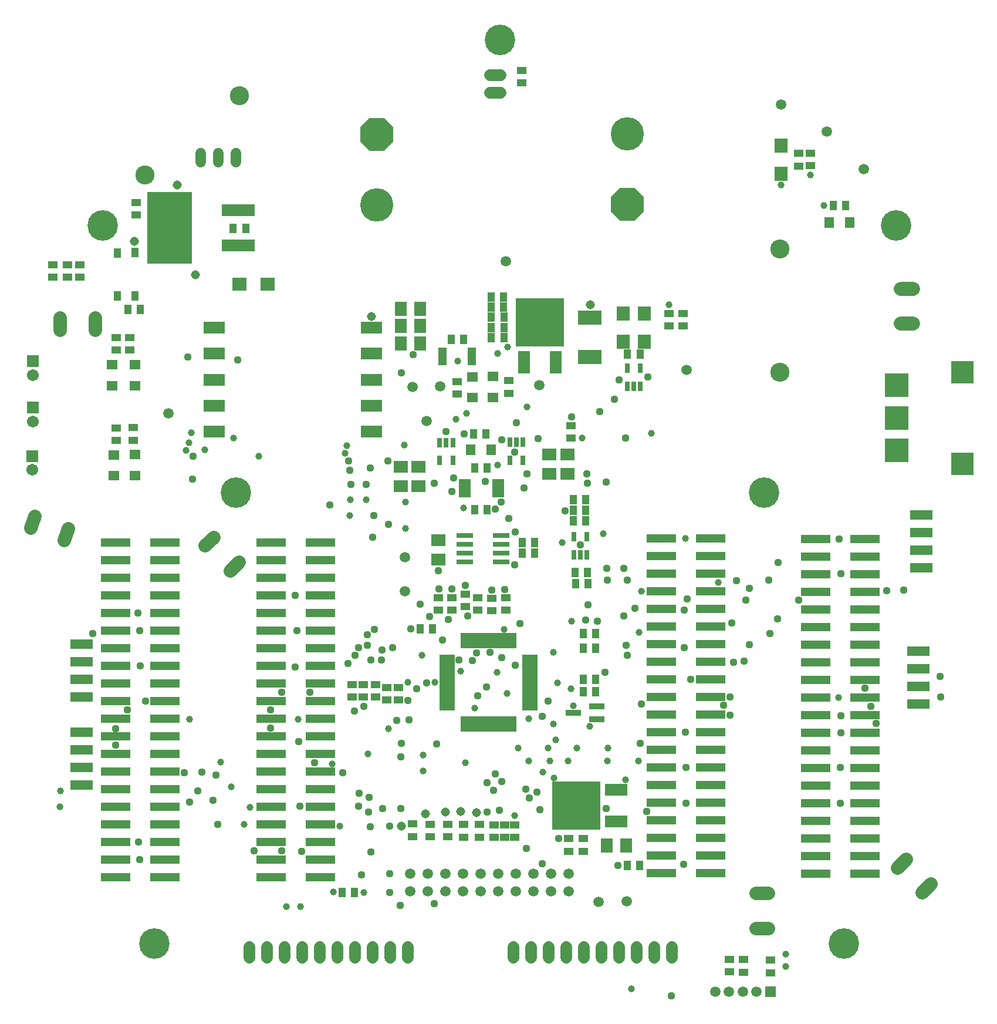
<source format=gts>
G75*
%MOIN*%
%OFA0B0*%
%FSLAX25Y25*%
%IPPOS*%
%LPD*%
%AMOC8*
5,1,8,0,0,1.08239X$1,22.5*
%
%ADD10C,0.05950*%
%ADD11R,0.27178X0.27178*%
%ADD12R,0.12611X0.07099*%
%ADD13R,0.06706X0.02572*%
%ADD14R,0.07493X0.07887*%
%ADD15C,0.07850*%
%ADD16R,0.05950X0.05950*%
%ADD17R,0.05524X0.03950*%
%ADD18R,0.07099X0.07887*%
%ADD19C,0.18900*%
%ADD20OC8,0.18900*%
%ADD21R,0.03950X0.05524*%
%ADD22R,0.07887X0.07099*%
%ADD23R,0.02965X0.05524*%
%ADD24R,0.06312X0.05524*%
%ADD25R,0.07887X0.07493*%
%ADD26R,0.04619X0.02020*%
%ADD27C,0.06737*%
%ADD28R,0.06737X0.06737*%
%ADD29R,0.05524X0.06312*%
%ADD30C,0.07800*%
%ADD31R,0.12611X0.05721*%
%ADD32R,0.17100X0.04700*%
%ADD33C,0.06800*%
%ADD34R,0.13800X0.13800*%
%ADD35R,0.12611X0.12611*%
%ADD36R,0.13398X0.07887*%
%ADD37R,0.07099X0.12611*%
%ADD38C,0.10800*%
%ADD39R,0.08674X0.03556*%
%ADD40R,0.25800X0.40800*%
%ADD41R,0.18800X0.06800*%
%ADD42R,0.12296X0.06784*%
%ADD43R,0.04300X0.05300*%
%ADD44C,0.05950*%
%ADD45R,0.01981X0.08674*%
%ADD46R,0.08674X0.01981*%
%ADD47R,0.09461X0.03162*%
%ADD48C,0.04369*%
%ADD49C,0.03900*%
%ADD50C,0.05156*%
%ADD51C,0.17300*%
D10*
X0570022Y0361760D03*
X0708830Y0376978D03*
X0724426Y0377156D03*
X0716811Y0357474D03*
X0780691Y0377953D03*
X0864276Y0386356D03*
X0761755Y0448085D03*
X0917910Y0537149D03*
X0944149Y0521674D03*
X0965047Y0500438D03*
X0704320Y0280028D03*
X0704320Y0260815D03*
X0707407Y0100544D03*
X0717407Y0100544D03*
X0727407Y0100544D03*
X0737407Y0100544D03*
X0747407Y0100544D03*
X0757407Y0100544D03*
X0767407Y0100544D03*
X0777407Y0100544D03*
X0787407Y0100544D03*
X0797407Y0100544D03*
X0797407Y0090544D03*
X0787407Y0090544D03*
X0777407Y0090544D03*
X0767407Y0090544D03*
X0757407Y0090544D03*
X0747407Y0090544D03*
X0737407Y0090544D03*
X0727407Y0090544D03*
X0717407Y0090544D03*
X0707407Y0090544D03*
X0814355Y0084587D03*
X0830407Y0084685D03*
X0880557Y0033665D03*
X0888431Y0033665D03*
X0896305Y0033665D03*
X0904179Y0033665D03*
D11*
X0801694Y0139064D03*
X0780993Y0413397D03*
D12*
X0824332Y0148119D03*
X0824332Y0130009D03*
D13*
X0757267Y0315479D03*
X0757267Y0318038D03*
X0757267Y0320597D03*
X0757267Y0323156D03*
X0738369Y0323156D03*
X0738369Y0320597D03*
X0738369Y0318038D03*
X0738369Y0315479D03*
D14*
X0828214Y0402379D03*
X0840428Y0402399D03*
X0840428Y0418541D03*
X0828214Y0418521D03*
X0918000Y0497690D03*
X0918000Y0513832D03*
D15*
X0985877Y0432554D02*
X0992927Y0432554D01*
X0992927Y0412869D02*
X0985877Y0412869D01*
D16*
X0912053Y0033665D03*
D17*
X0911982Y0044260D03*
X0911982Y0051347D03*
X0896533Y0051743D03*
X0896533Y0044657D03*
X0888594Y0044888D03*
X0888594Y0051974D03*
X0805673Y0113316D03*
X0797362Y0113269D03*
X0797362Y0120356D03*
X0805673Y0120403D03*
X0766764Y0121163D03*
X0761043Y0121106D03*
X0754941Y0121034D03*
X0754941Y0128121D03*
X0761043Y0128192D03*
X0766764Y0128250D03*
X0746705Y0128342D03*
X0746705Y0121255D03*
X0737798Y0121310D03*
X0737798Y0128396D03*
X0728791Y0128549D03*
X0728791Y0121463D03*
X0718838Y0121502D03*
X0718838Y0128589D03*
X0708690Y0128745D03*
X0708690Y0121658D03*
X0700560Y0199211D03*
X0694149Y0199153D03*
X0687529Y0200897D03*
X0680833Y0200897D03*
X0674361Y0200897D03*
X0674361Y0207984D03*
X0680833Y0207984D03*
X0687529Y0207984D03*
X0694149Y0206240D03*
X0700560Y0206298D03*
X0723309Y0250131D03*
X0723309Y0257217D03*
X0731177Y0257114D03*
X0731177Y0250027D03*
X0738595Y0252041D03*
X0738595Y0259128D03*
X0745539Y0257138D03*
X0745539Y0250051D03*
X0753730Y0249912D03*
X0753730Y0256999D03*
X0761723Y0257164D03*
X0761723Y0250078D03*
X0798647Y0347789D03*
X0798647Y0354876D03*
X0763184Y0373313D03*
X0763184Y0380400D03*
X0733852Y0379761D03*
X0733852Y0372674D03*
X0854281Y0411430D03*
X0854281Y0418516D03*
X0862440Y0418645D03*
X0862440Y0411558D03*
X0928116Y0502287D03*
X0934540Y0502361D03*
X0934540Y0509447D03*
X0928116Y0509373D03*
X0770757Y0549461D03*
X0770757Y0556548D03*
X0551693Y0481541D03*
X0551693Y0474455D03*
X0519765Y0446312D03*
X0519765Y0439226D03*
X0512565Y0439226D03*
X0512565Y0446312D03*
X0504309Y0446312D03*
X0504309Y0439226D03*
X0540246Y0404837D03*
X0540246Y0397750D03*
X0547901Y0397868D03*
X0547901Y0404955D03*
X0550179Y0353676D03*
X0540425Y0353563D03*
X0540425Y0346476D03*
X0550179Y0346589D03*
D18*
X0701962Y0401634D03*
X0701925Y0411509D03*
X0712949Y0411509D03*
X0712986Y0401634D03*
X0712911Y0421181D03*
X0701887Y0421181D03*
X0819048Y0116509D03*
X0830072Y0116509D03*
D19*
X0688382Y0480278D03*
X0830717Y0520441D03*
D20*
X0830717Y0480441D03*
X0688382Y0520278D03*
D21*
X0613903Y0466837D03*
X0606816Y0466837D03*
X0554161Y0420818D03*
X0547075Y0420818D03*
X0730606Y0403736D03*
X0737693Y0403736D03*
X0753477Y0404945D03*
X0753477Y0410614D03*
X0753440Y0416473D03*
X0753388Y0422232D03*
X0753372Y0427965D03*
X0760458Y0427965D03*
X0760475Y0422232D03*
X0760527Y0416473D03*
X0760563Y0410614D03*
X0760563Y0404945D03*
X0830816Y0395405D03*
X0837903Y0395405D03*
X0750315Y0350152D03*
X0743228Y0350152D03*
X0743913Y0330774D03*
X0751000Y0330774D03*
X0751026Y0307337D03*
X0743939Y0307337D03*
X0770907Y0288507D03*
X0770907Y0282484D03*
X0777994Y0282484D03*
X0777994Y0288507D03*
X0799966Y0300864D03*
X0799931Y0306743D03*
X0799919Y0312881D03*
X0807006Y0312881D03*
X0807018Y0306743D03*
X0807052Y0300864D03*
X0808012Y0271568D03*
X0808442Y0265104D03*
X0801355Y0265104D03*
X0800926Y0271568D03*
X0805549Y0236679D03*
X0812636Y0236679D03*
X0812780Y0228669D03*
X0805694Y0228669D03*
X0805593Y0210704D03*
X0805634Y0203784D03*
X0812721Y0203784D03*
X0812680Y0210704D03*
X0719991Y0239557D03*
X0712905Y0239557D03*
X0830590Y0105200D03*
X0837677Y0105200D03*
X0675677Y0090000D03*
X0668590Y0090000D03*
X0947531Y0479789D03*
X0954618Y0479789D03*
D22*
X0796644Y0338481D03*
X0786437Y0338645D03*
X0786437Y0327622D03*
X0796644Y0327457D03*
X0723410Y0289775D03*
X0723410Y0278752D03*
X0711961Y0320350D03*
X0701951Y0320455D03*
X0701951Y0331478D03*
X0711961Y0331374D03*
D23*
X0724056Y0335072D03*
X0731537Y0335072D03*
X0731537Y0345309D03*
X0727796Y0345309D03*
X0724056Y0345309D03*
X0764032Y0345463D03*
X0767773Y0345463D03*
X0771513Y0345463D03*
X0771513Y0335226D03*
X0764032Y0335226D03*
X0830630Y0377124D03*
X0834370Y0377124D03*
X0838110Y0377124D03*
X0838110Y0387361D03*
X0830630Y0387361D03*
X0807829Y0291855D03*
X0800349Y0291855D03*
X0800349Y0281618D03*
X0804089Y0281618D03*
X0807829Y0281618D03*
D24*
X0754388Y0370904D03*
X0742800Y0370708D03*
X0742800Y0382519D03*
X0754388Y0382715D03*
X0550924Y0377602D03*
X0538108Y0377545D03*
X0538108Y0389356D03*
X0550924Y0389413D03*
X0551139Y0338472D03*
X0539070Y0338305D03*
X0539070Y0326494D03*
X0551139Y0326661D03*
D25*
X0610288Y0435038D03*
X0626430Y0435038D03*
D26*
X0725642Y0398022D03*
X0725642Y0396053D03*
X0725642Y0394085D03*
X0725642Y0392116D03*
X0725642Y0390148D03*
X0742453Y0390148D03*
X0742453Y0392116D03*
X0742453Y0394085D03*
X0742453Y0396053D03*
X0742453Y0398022D03*
D27*
X0492918Y0383566D03*
X0492897Y0357190D03*
X0492842Y0329718D03*
D28*
X0492842Y0337592D03*
X0492897Y0365064D03*
X0492918Y0391440D03*
D29*
X0741628Y0341160D03*
X0753440Y0341160D03*
X0945298Y0470129D03*
X0957109Y0470129D03*
D30*
X0494135Y0303395D02*
X0491741Y0296817D01*
X0510535Y0289977D02*
X0512929Y0296555D01*
X0590797Y0286708D02*
X0595747Y0291658D01*
X0609889Y0277516D02*
X0604939Y0272566D01*
X0528340Y0409270D02*
X0528340Y0416270D01*
X0508340Y0416270D02*
X0508340Y0409270D01*
X0983954Y0103959D02*
X0988904Y0108909D01*
X1003046Y0094767D02*
X0998096Y0089817D01*
X0910714Y0089519D02*
X0903714Y0089519D01*
X0903714Y0069519D02*
X0910714Y0069519D01*
D31*
X0996142Y0196858D03*
X0996142Y0206858D03*
X0996142Y0216858D03*
X0996142Y0226858D03*
X0997729Y0274008D03*
X0997729Y0284008D03*
X0997729Y0294008D03*
X0997729Y0304008D03*
X0520565Y0230847D03*
X0520565Y0220847D03*
X0520565Y0210847D03*
X0520565Y0200847D03*
X0520768Y0180693D03*
X0520768Y0170693D03*
X0520768Y0160693D03*
X0520768Y0150693D03*
D32*
X0539882Y0148441D03*
X0539882Y0158441D03*
X0539882Y0168441D03*
X0539882Y0178441D03*
X0539882Y0188441D03*
X0539882Y0198441D03*
X0539882Y0208441D03*
X0539882Y0218441D03*
X0539882Y0228441D03*
X0539882Y0238441D03*
X0539882Y0248441D03*
X0539882Y0258441D03*
X0539882Y0268441D03*
X0539882Y0278441D03*
X0539882Y0288441D03*
X0567982Y0288441D03*
X0567982Y0278441D03*
X0567982Y0268441D03*
X0567982Y0258441D03*
X0567982Y0248441D03*
X0567982Y0238441D03*
X0567982Y0228441D03*
X0567982Y0218441D03*
X0567982Y0208441D03*
X0567982Y0198441D03*
X0567982Y0188441D03*
X0567982Y0178441D03*
X0567982Y0168441D03*
X0567982Y0158441D03*
X0567982Y0148441D03*
X0567982Y0138441D03*
X0567982Y0128441D03*
X0567982Y0118441D03*
X0567982Y0108441D03*
X0567982Y0098441D03*
X0539882Y0098441D03*
X0539882Y0108441D03*
X0539882Y0118441D03*
X0539882Y0128441D03*
X0539882Y0138441D03*
X0628304Y0138365D03*
X0628304Y0128365D03*
X0628304Y0118365D03*
X0628304Y0108365D03*
X0628304Y0098365D03*
X0656404Y0098365D03*
X0656404Y0108365D03*
X0656404Y0118365D03*
X0656404Y0128365D03*
X0656404Y0138365D03*
X0656404Y0148365D03*
X0656404Y0158365D03*
X0656404Y0168365D03*
X0656404Y0178365D03*
X0656404Y0188365D03*
X0656404Y0198365D03*
X0656404Y0208365D03*
X0656404Y0218365D03*
X0656404Y0228365D03*
X0656404Y0238365D03*
X0656404Y0248365D03*
X0656404Y0258365D03*
X0656404Y0268365D03*
X0656404Y0278365D03*
X0656404Y0288365D03*
X0628304Y0288365D03*
X0628304Y0278365D03*
X0628304Y0268365D03*
X0628304Y0258365D03*
X0628304Y0248365D03*
X0628304Y0238365D03*
X0628304Y0228365D03*
X0628304Y0218365D03*
X0628304Y0208365D03*
X0628304Y0198365D03*
X0628304Y0188365D03*
X0628304Y0178365D03*
X0628304Y0168365D03*
X0628304Y0158365D03*
X0628304Y0148365D03*
X0849953Y0150771D03*
X0849953Y0140771D03*
X0849953Y0130771D03*
X0849953Y0120771D03*
X0849953Y0110771D03*
X0849953Y0100771D03*
X0878053Y0100771D03*
X0878053Y0110771D03*
X0878053Y0120771D03*
X0878053Y0130771D03*
X0878053Y0140771D03*
X0878053Y0150771D03*
X0878053Y0160771D03*
X0878053Y0170771D03*
X0878053Y0180771D03*
X0878053Y0190771D03*
X0878053Y0200771D03*
X0878053Y0210771D03*
X0878053Y0220771D03*
X0878053Y0230771D03*
X0878053Y0240771D03*
X0878053Y0250771D03*
X0878053Y0260771D03*
X0878053Y0270771D03*
X0878053Y0280771D03*
X0878053Y0290771D03*
X0849953Y0290771D03*
X0849953Y0280771D03*
X0849953Y0270771D03*
X0849953Y0260771D03*
X0849953Y0250771D03*
X0849953Y0240771D03*
X0849953Y0230771D03*
X0849953Y0220771D03*
X0849953Y0210771D03*
X0849953Y0200771D03*
X0849953Y0190771D03*
X0849953Y0180771D03*
X0849953Y0170771D03*
X0849953Y0160771D03*
X0937647Y0160635D03*
X0937647Y0170635D03*
X0937647Y0180635D03*
X0937647Y0190635D03*
X0937647Y0200635D03*
X0937647Y0210635D03*
X0937647Y0220635D03*
X0937647Y0230635D03*
X0937647Y0240635D03*
X0937647Y0250635D03*
X0937647Y0260635D03*
X0937647Y0270635D03*
X0937647Y0280635D03*
X0937647Y0290635D03*
X0965747Y0290635D03*
X0965747Y0280635D03*
X0965747Y0270635D03*
X0965747Y0260635D03*
X0965747Y0250635D03*
X0965747Y0240635D03*
X0965747Y0230635D03*
X0965747Y0220635D03*
X0965747Y0210635D03*
X0965747Y0200635D03*
X0965747Y0190635D03*
X0965747Y0180635D03*
X0965747Y0170635D03*
X0965747Y0160635D03*
X0965747Y0150635D03*
X0965747Y0140635D03*
X0965747Y0130635D03*
X0965747Y0120635D03*
X0965747Y0110635D03*
X0965747Y0100635D03*
X0937647Y0100635D03*
X0937647Y0110635D03*
X0937647Y0120635D03*
X0937647Y0130635D03*
X0937647Y0140635D03*
X0937647Y0150635D03*
D33*
X0855933Y0058800D02*
X0855933Y0052800D01*
X0845933Y0052800D02*
X0845933Y0058800D01*
X0835933Y0058800D02*
X0835933Y0052800D01*
X0825933Y0052800D02*
X0825933Y0058800D01*
X0815933Y0058800D02*
X0815933Y0052800D01*
X0805933Y0052800D02*
X0805933Y0058800D01*
X0795933Y0058800D02*
X0795933Y0052800D01*
X0785933Y0052800D02*
X0785933Y0058800D01*
X0775933Y0058800D02*
X0775933Y0052800D01*
X0765933Y0052800D02*
X0765933Y0058800D01*
X0706051Y0058800D02*
X0706051Y0052800D01*
X0696051Y0052800D02*
X0696051Y0058800D01*
X0686051Y0058800D02*
X0686051Y0052800D01*
X0676051Y0052800D02*
X0676051Y0058800D01*
X0666051Y0058800D02*
X0666051Y0052800D01*
X0656051Y0052800D02*
X0656051Y0058800D01*
X0646051Y0058800D02*
X0646051Y0052800D01*
X0636051Y0052800D02*
X0636051Y0058800D01*
X0626051Y0058800D02*
X0626051Y0052800D01*
X0616051Y0052800D02*
X0616051Y0058800D01*
X0752530Y0543714D02*
X0758530Y0543714D01*
X0758530Y0553714D02*
X0752530Y0553714D01*
D34*
X0983558Y0377808D03*
X0983558Y0359308D03*
X0983558Y0340808D03*
D35*
X1021058Y0333308D03*
X1021058Y0385308D03*
D36*
X0809296Y0393967D03*
X0809296Y0416014D03*
D37*
X0790048Y0390759D03*
X0771938Y0390759D03*
D38*
X0917325Y0385144D03*
X0917325Y0455144D03*
X0610243Y0542012D03*
X0556620Y0497017D03*
D39*
X0813438Y0195643D03*
X0813438Y0188163D03*
X0800053Y0191903D03*
D40*
X0570680Y0467190D03*
D41*
X0609680Y0477190D03*
X0609680Y0457190D03*
D42*
X0596016Y0410461D03*
X0596016Y0395698D03*
X0596016Y0380934D03*
X0596016Y0366170D03*
X0596016Y0351406D03*
X0685268Y0351406D03*
X0685268Y0366170D03*
X0685268Y0380934D03*
X0685268Y0395698D03*
X0685268Y0410461D03*
D43*
X0550876Y0428429D03*
X0540876Y0428429D03*
X0540876Y0452929D03*
X0550876Y0453029D03*
D44*
X0588266Y0504403D02*
X0588266Y0509553D01*
X0598266Y0509553D02*
X0598266Y0504403D01*
X0608266Y0504403D02*
X0608266Y0509553D01*
D45*
X0737096Y0232719D03*
X0739065Y0232719D03*
X0741033Y0232719D03*
X0743002Y0232719D03*
X0744970Y0232719D03*
X0746939Y0232719D03*
X0748907Y0232719D03*
X0750876Y0232719D03*
X0752844Y0232719D03*
X0754813Y0232719D03*
X0756781Y0232719D03*
X0758750Y0232719D03*
X0760718Y0232719D03*
X0762687Y0232719D03*
X0764655Y0232719D03*
X0766624Y0232719D03*
X0766624Y0185475D03*
X0764655Y0185475D03*
X0762687Y0185475D03*
X0760718Y0185475D03*
X0758750Y0185475D03*
X0756781Y0185475D03*
X0754813Y0185475D03*
X0752844Y0185475D03*
X0750876Y0185475D03*
X0748907Y0185475D03*
X0746939Y0185475D03*
X0744970Y0185475D03*
X0743002Y0185475D03*
X0741033Y0185475D03*
X0739065Y0185475D03*
X0737096Y0185475D03*
D46*
X0728238Y0194333D03*
X0728238Y0196301D03*
X0728238Y0198270D03*
X0728238Y0200238D03*
X0728238Y0202207D03*
X0728238Y0204175D03*
X0728238Y0206144D03*
X0728238Y0208112D03*
X0728238Y0210081D03*
X0728238Y0212049D03*
X0728238Y0214018D03*
X0728238Y0215986D03*
X0728238Y0217955D03*
X0728238Y0219923D03*
X0728238Y0221892D03*
X0728238Y0223860D03*
X0775482Y0223860D03*
X0775482Y0221892D03*
X0775482Y0219923D03*
X0775482Y0217955D03*
X0775482Y0215986D03*
X0775482Y0214018D03*
X0775482Y0212049D03*
X0775482Y0210081D03*
X0775482Y0208112D03*
X0775482Y0206144D03*
X0775482Y0204175D03*
X0775482Y0202207D03*
X0775482Y0200238D03*
X0775482Y0198270D03*
X0775482Y0196301D03*
X0775482Y0194333D03*
D47*
X0758955Y0277361D03*
X0758955Y0282361D03*
X0758955Y0287361D03*
X0758955Y0292361D03*
X0738482Y0292361D03*
X0738482Y0287361D03*
X0738482Y0282361D03*
X0738482Y0277361D03*
D48*
X0738533Y0264200D03*
X0731133Y0262200D03*
X0723533Y0262200D03*
X0723333Y0272400D03*
X0713133Y0253600D03*
X0718333Y0246400D03*
X0728933Y0245000D03*
X0739933Y0246800D03*
X0753733Y0261600D03*
X0761133Y0261800D03*
X0766533Y0276000D03*
X0767133Y0294600D03*
X0763333Y0302200D03*
X0755533Y0307400D03*
X0758933Y0311400D03*
X0772133Y0319600D03*
X0773733Y0327400D03*
X0766733Y0340000D03*
X0759333Y0346800D03*
X0767733Y0356400D03*
X0779933Y0347400D03*
X0798933Y0360000D03*
X0815133Y0362800D03*
X0823333Y0370000D03*
X0826133Y0380800D03*
X0842333Y0382600D03*
X0829733Y0348000D03*
X0807533Y0327600D03*
X0807933Y0322200D03*
X0818733Y0322800D03*
X0795333Y0306600D03*
X0804133Y0287200D03*
X0818933Y0273800D03*
X0819333Y0267200D03*
X0830733Y0267200D03*
X0828733Y0273800D03*
X0834933Y0251200D03*
X0828533Y0247000D03*
X0813733Y0244000D03*
X0806933Y0244400D03*
X0808333Y0253200D03*
X0829933Y0230200D03*
X0830733Y0224600D03*
X0817933Y0214800D03*
X0838733Y0197000D03*
X0837933Y0174600D03*
X0863533Y0180800D03*
X0885333Y0196200D03*
X0889133Y0200800D03*
X0889133Y0190600D03*
X0866533Y0210800D03*
X0891133Y0220600D03*
X0897133Y0221200D03*
X0900133Y0230400D03*
X0911533Y0236800D03*
X0916133Y0245200D03*
X0927933Y0256000D03*
X0910933Y0267200D03*
X0916333Y0277200D03*
X0900133Y0262600D03*
X0898133Y0256000D03*
X0892733Y0267000D03*
X0864733Y0256400D03*
X0862933Y0250200D03*
X0890133Y0242800D03*
X0863133Y0229000D03*
X0785733Y0198400D03*
X0782333Y0190000D03*
X0750533Y0206600D03*
X0745733Y0201600D03*
X0766933Y0218800D03*
X0759333Y0223200D03*
X0752533Y0226200D03*
X0744933Y0225800D03*
X0742533Y0221400D03*
X0735133Y0221800D03*
X0725533Y0233200D03*
X0707533Y0239400D03*
X0697333Y0228800D03*
X0691333Y0227600D03*
X0691133Y0222000D03*
X0684933Y0221800D03*
X0683133Y0230200D03*
X0677933Y0229000D03*
X0676133Y0224600D03*
X0672133Y0220000D03*
X0650333Y0203400D03*
X0634333Y0203600D03*
X0628133Y0193400D03*
X0628133Y0183200D03*
X0644133Y0175600D03*
X0653133Y0163400D03*
X0669133Y0158000D03*
X0678333Y0146200D03*
X0684133Y0143800D03*
X0677933Y0139000D03*
X0683733Y0135600D03*
X0691733Y0137400D03*
X0701933Y0137400D03*
X0695733Y0127400D03*
X0684533Y0127200D03*
X0684933Y0112800D03*
X0695733Y0100600D03*
X0695533Y0090000D03*
X0701733Y0082600D03*
X0720933Y0083400D03*
X0679733Y0100000D03*
X0645733Y0113200D03*
X0634333Y0113400D03*
X0618733Y0113600D03*
X0598133Y0128400D03*
X0595333Y0142200D03*
X0586533Y0147400D03*
X0581933Y0141200D03*
X0579133Y0158000D03*
X0589133Y0158200D03*
X0596933Y0156600D03*
X0644733Y0138800D03*
X0702133Y0166800D03*
X0702333Y0174600D03*
X0699733Y0187600D03*
X0706533Y0188000D03*
X0705933Y0199000D03*
X0711133Y0205400D03*
X0716533Y0208800D03*
X0681133Y0195400D03*
X0675533Y0193000D03*
X0642133Y0218000D03*
X0643133Y0238400D03*
X0641933Y0258400D03*
X0682933Y0236200D03*
X0686933Y0239200D03*
X0686133Y0291600D03*
X0694933Y0298800D03*
X0686533Y0304000D03*
X0682333Y0321400D03*
X0673533Y0321400D03*
X0672933Y0329400D03*
X0672333Y0335000D03*
X0684733Y0331000D03*
X0694733Y0335000D03*
X0720933Y0322200D03*
X0730933Y0317400D03*
X0731933Y0325200D03*
X0749933Y0323200D03*
X0738133Y0350200D03*
X0727733Y0351400D03*
X0702333Y0385000D03*
X0709133Y0395200D03*
X0609333Y0392200D03*
X0581133Y0394000D03*
X0583933Y0337500D03*
X0583533Y0324400D03*
X0661533Y0310000D03*
X0552733Y0248600D03*
X0553733Y0238600D03*
X0526933Y0236800D03*
X0553933Y0218400D03*
X0556933Y0198400D03*
X0546533Y0193400D03*
X0539933Y0183000D03*
X0540133Y0173400D03*
X0553133Y0118400D03*
X0553733Y0108600D03*
X0722333Y0174200D03*
X0755533Y0157200D03*
X0759333Y0152800D03*
X0754733Y0148000D03*
X0751133Y0152200D03*
X0751133Y0135400D03*
X0757933Y0136600D03*
X0774933Y0143600D03*
X0772933Y0148400D03*
X0779333Y0147000D03*
X0781133Y0137000D03*
X0791533Y0120600D03*
X0773333Y0115000D03*
X0782333Y0106200D03*
X0825333Y0105200D03*
X0862733Y0105800D03*
X0841533Y0135800D03*
X0863933Y0140600D03*
X0864133Y0160800D03*
X0818533Y0137600D03*
X0951533Y0140600D03*
X0951533Y0160800D03*
X0952133Y0180600D03*
X0952133Y0190200D03*
X0968933Y0195400D03*
X0965733Y0205800D03*
X0972133Y0186000D03*
X1008733Y0201000D03*
X1008333Y0212600D03*
X0987533Y0261600D03*
X0978133Y0261200D03*
X0952133Y0270800D03*
X0950933Y0290600D03*
X0769533Y0242600D03*
X0855733Y0031200D03*
D49*
X0832933Y0035200D03*
X0920533Y0047800D03*
X0920733Y0055000D03*
X0829533Y0153800D03*
X0837133Y0164400D03*
X0819333Y0164400D03*
X0819733Y0171800D03*
X0801933Y0171800D03*
X0796933Y0164400D03*
X0786533Y0164400D03*
X0782533Y0158200D03*
X0788933Y0154800D03*
X0774733Y0164600D03*
X0768733Y0171800D03*
X0785533Y0171800D03*
X0789933Y0176600D03*
X0788733Y0185600D03*
X0809333Y0184200D03*
X0799933Y0195800D03*
X0798733Y0205400D03*
X0790933Y0209000D03*
X0788533Y0226200D03*
X0760733Y0239200D03*
X0756533Y0215000D03*
X0762333Y0202800D03*
X0774533Y0188400D03*
X0743933Y0194600D03*
X0721333Y0209200D03*
X0705933Y0209200D03*
X0714133Y0224400D03*
X0736133Y0215400D03*
X0695133Y0183000D03*
X0683333Y0168600D03*
X0662933Y0163000D03*
X0643533Y0188200D03*
X0599733Y0163800D03*
X0605533Y0150000D03*
X0616333Y0138200D03*
X0613133Y0128400D03*
X0667333Y0127400D03*
X0714533Y0159000D03*
X0714733Y0167800D03*
X0738533Y0163400D03*
X0766733Y0133400D03*
X0680933Y0090000D03*
X0663733Y0090200D03*
X0645133Y0082000D03*
X0636933Y0082000D03*
X0508333Y0138400D03*
X0508533Y0147400D03*
X0581933Y0188200D03*
X0704733Y0296400D03*
X0704533Y0311400D03*
X0682333Y0312800D03*
X0673333Y0312800D03*
X0672933Y0303800D03*
X0670333Y0339200D03*
X0671383Y0343600D03*
X0704133Y0343800D03*
X0733333Y0358600D03*
X0739333Y0361800D03*
X0773533Y0365400D03*
X0804933Y0348000D03*
X0844215Y0350481D03*
X0762733Y0399400D03*
X0756933Y0396000D03*
X0734333Y0391400D03*
X0756933Y0332600D03*
X0737733Y0308200D03*
X0793533Y0288400D03*
X0816933Y0293400D03*
X0838533Y0260800D03*
X0837333Y0237400D03*
X0799133Y0243800D03*
X0863733Y0290800D03*
X0882333Y0266000D03*
X0950533Y0200600D03*
X0621433Y0337400D03*
X0607133Y0347900D03*
X0590533Y0341300D03*
X0581733Y0345200D03*
X0580033Y0340800D03*
X0583133Y0350850D03*
X0854333Y0423400D03*
X0942333Y0479800D03*
X0917933Y0491600D03*
X0934533Y0497200D03*
D50*
X0809533Y0423400D03*
X0685333Y0416800D03*
X0585333Y0440600D03*
X0550533Y0459600D03*
X0575133Y0491400D03*
X0716133Y0134400D03*
X0727333Y0135600D03*
X0735933Y0135800D03*
X0744933Y0135200D03*
X0702333Y0127600D03*
D51*
X0562073Y0060970D03*
X0953806Y0060970D03*
X0908333Y0316876D03*
X0983333Y0468450D03*
X0758386Y0573926D03*
X0532546Y0468450D03*
X0608333Y0316876D03*
M02*

</source>
